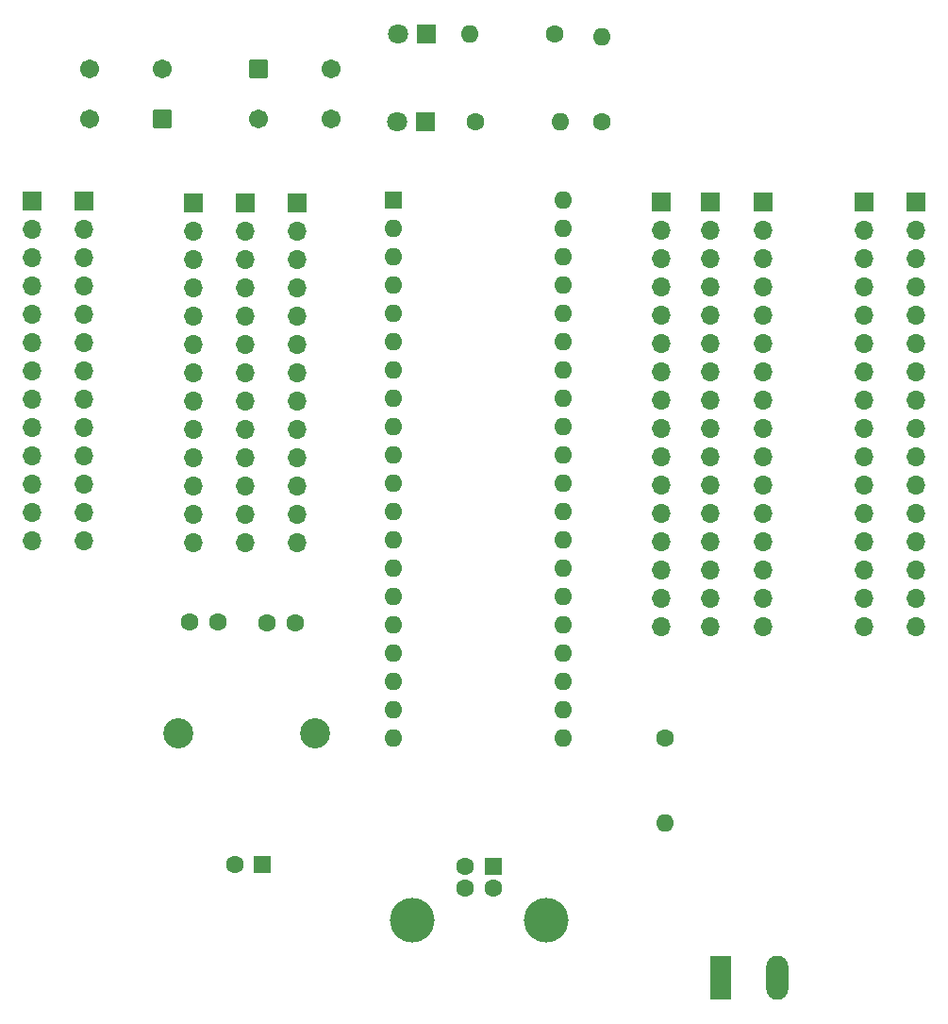
<source format=gbr>
%TF.GenerationSoftware,KiCad,Pcbnew,8.0.8*%
%TF.CreationDate,2025-04-17T23:47:29-06:00*%
%TF.ProjectId,Coquirana1,436f7175-6972-4616-9e61-312e6b696361,rev?*%
%TF.SameCoordinates,Original*%
%TF.FileFunction,Soldermask,Top*%
%TF.FilePolarity,Negative*%
%FSLAX46Y46*%
G04 Gerber Fmt 4.6, Leading zero omitted, Abs format (unit mm)*
G04 Created by KiCad (PCBNEW 8.0.8) date 2025-04-17 23:47:29*
%MOMM*%
%LPD*%
G01*
G04 APERTURE LIST*
G04 Aperture macros list*
%AMRoundRect*
0 Rectangle with rounded corners*
0 $1 Rounding radius*
0 $2 $3 $4 $5 $6 $7 $8 $9 X,Y pos of 4 corners*
0 Add a 4 corners polygon primitive as box body*
4,1,4,$2,$3,$4,$5,$6,$7,$8,$9,$2,$3,0*
0 Add four circle primitives for the rounded corners*
1,1,$1+$1,$2,$3*
1,1,$1+$1,$4,$5*
1,1,$1+$1,$6,$7*
1,1,$1+$1,$8,$9*
0 Add four rect primitives between the rounded corners*
20,1,$1+$1,$2,$3,$4,$5,0*
20,1,$1+$1,$4,$5,$6,$7,0*
20,1,$1+$1,$6,$7,$8,$9,0*
20,1,$1+$1,$8,$9,$2,$3,0*%
G04 Aperture macros list end*
%ADD10C,1.600000*%
%ADD11O,1.600000X1.600000*%
%ADD12C,1.702000*%
%ADD13RoundRect,0.102000X-0.749000X-0.749000X0.749000X-0.749000X0.749000X0.749000X-0.749000X0.749000X0*%
%ADD14RoundRect,0.102000X0.749000X0.749000X-0.749000X0.749000X-0.749000X-0.749000X0.749000X-0.749000X0*%
%ADD15R,1.700000X1.700000*%
%ADD16O,1.700000X1.700000*%
%ADD17R,1.600000X1.600000*%
%ADD18R,1.800000X1.800000*%
%ADD19C,1.800000*%
%ADD20C,4.000000*%
%ADD21R,1.980000X3.960000*%
%ADD22O,1.980000X3.960000*%
%ADD23C,2.700000*%
G04 APERTURE END LIST*
D10*
%TO.C,R5.1k*%
X166100000Y-113190000D03*
D11*
X166100000Y-120810000D03*
%TD*%
D12*
%TO.C,Boot*%
X136135000Y-57650000D03*
X129635000Y-57650000D03*
X136135000Y-53150000D03*
D13*
X129635000Y-53150000D03*
%TD*%
D14*
%TO.C,Reset*%
X120950000Y-57700000D03*
D12*
X114450000Y-57700000D03*
X120950000Y-53200000D03*
X114450000Y-53200000D03*
%TD*%
D10*
%TO.C,R5.1k*%
X160450000Y-57910000D03*
D11*
X160450000Y-50290000D03*
%TD*%
D15*
%TO.C,J3*%
X123800000Y-65210000D03*
D16*
X123800000Y-67750000D03*
X123800000Y-70290000D03*
X123800000Y-72830000D03*
X123800000Y-75370000D03*
X123800000Y-77910000D03*
X123800000Y-80450000D03*
X123800000Y-82990000D03*
X123800000Y-85530000D03*
X123800000Y-88070000D03*
X123800000Y-90610000D03*
X123800000Y-93150000D03*
X123800000Y-95690000D03*
%TD*%
D15*
%TO.C,VCC*%
X109300000Y-65050000D03*
D16*
X109300000Y-67590000D03*
X109300000Y-70130000D03*
X109300000Y-72670000D03*
X109300000Y-75210000D03*
X109300000Y-77750000D03*
X109300000Y-80290000D03*
X109300000Y-82830000D03*
X109300000Y-85370000D03*
X109300000Y-87910000D03*
X109300000Y-90450000D03*
X109300000Y-92990000D03*
X109300000Y-95530000D03*
%TD*%
D10*
%TO.C,15pF*%
X130400000Y-102850000D03*
X132900000Y-102850000D03*
%TD*%
D15*
%TO.C,VCC*%
X184000000Y-65120000D03*
D16*
X184000000Y-67660000D03*
X184000000Y-70200000D03*
X184000000Y-72740000D03*
X184000000Y-75280000D03*
X184000000Y-77820000D03*
X184000000Y-80360000D03*
X184000000Y-82900000D03*
X184000000Y-85440000D03*
X184000000Y-87980000D03*
X184000000Y-90520000D03*
X184000000Y-93060000D03*
X184000000Y-95600000D03*
X184000000Y-98140000D03*
X184000000Y-100680000D03*
X184000000Y-103220000D03*
%TD*%
D17*
%TO.C,C220nF*%
X129982380Y-124550000D03*
D10*
X127482380Y-124550000D03*
%TD*%
D17*
%TO.C,PIC18F4550*%
X141760000Y-64950000D03*
D11*
X141760000Y-67490000D03*
X141760000Y-70030000D03*
X141760000Y-72570000D03*
X141760000Y-75110000D03*
X141760000Y-77650000D03*
X141760000Y-80190000D03*
X141760000Y-82730000D03*
X141760000Y-85270000D03*
X141760000Y-87810000D03*
X141760000Y-90350000D03*
X141760000Y-92890000D03*
X141760000Y-95430000D03*
X141760000Y-97970000D03*
X141760000Y-100510000D03*
X141760000Y-103050000D03*
X141760000Y-105590000D03*
X141760000Y-108130000D03*
X141760000Y-110670000D03*
X141760000Y-113210000D03*
X157000000Y-113210000D03*
X157000000Y-110670000D03*
X157000000Y-108130000D03*
X157000000Y-105590000D03*
X157000000Y-103050000D03*
X157000000Y-100510000D03*
X157000000Y-97970000D03*
X157000000Y-95430000D03*
X157000000Y-92890000D03*
X157000000Y-90350000D03*
X157000000Y-87810000D03*
X157000000Y-85270000D03*
X157000000Y-82730000D03*
X157000000Y-80190000D03*
X157000000Y-77650000D03*
X157000000Y-75110000D03*
X157000000Y-72570000D03*
X157000000Y-70030000D03*
X157000000Y-67490000D03*
X157000000Y-64950000D03*
%TD*%
D18*
%TO.C,LEDR*%
X144620000Y-57940000D03*
D19*
X142080000Y-57940000D03*
%TD*%
D15*
%TO.C,J4*%
X128450000Y-65210000D03*
D16*
X128450000Y-67750000D03*
X128450000Y-70290000D03*
X128450000Y-72830000D03*
X128450000Y-75370000D03*
X128450000Y-77910000D03*
X128450000Y-80450000D03*
X128450000Y-82990000D03*
X128450000Y-85530000D03*
X128450000Y-88070000D03*
X128450000Y-90610000D03*
X128450000Y-93150000D03*
X128450000Y-95690000D03*
%TD*%
D17*
%TO.C,USB*%
X150700000Y-124690000D03*
D10*
X148200000Y-124690000D03*
X148200000Y-126690000D03*
X150700000Y-126690000D03*
D20*
X155450000Y-129550000D03*
X143450000Y-129550000D03*
%TD*%
D21*
%TO.C,T-block*%
X171150000Y-134700000D03*
D22*
X176150000Y-134700000D03*
%TD*%
D15*
%TO.C,J6*%
X165800000Y-65150000D03*
D16*
X165800000Y-67690000D03*
X165800000Y-70230000D03*
X165800000Y-72770000D03*
X165800000Y-75310000D03*
X165800000Y-77850000D03*
X165800000Y-80390000D03*
X165800000Y-82930000D03*
X165800000Y-85470000D03*
X165800000Y-88010000D03*
X165800000Y-90550000D03*
X165800000Y-93090000D03*
X165800000Y-95630000D03*
X165800000Y-98170000D03*
X165800000Y-100710000D03*
X165800000Y-103250000D03*
%TD*%
D18*
%TO.C,LEDV*%
X144680000Y-50090000D03*
D19*
X142140000Y-50090000D03*
%TD*%
D10*
%TO.C,R470*%
X156190000Y-50040000D03*
D11*
X148570000Y-50040000D03*
%TD*%
D10*
%TO.C,15pF*%
X123450000Y-102800000D03*
X125950000Y-102800000D03*
%TD*%
D15*
%TO.C,GND*%
X113950000Y-65050000D03*
D16*
X113950000Y-67590000D03*
X113950000Y-70130000D03*
X113950000Y-72670000D03*
X113950000Y-75210000D03*
X113950000Y-77750000D03*
X113950000Y-80290000D03*
X113950000Y-82830000D03*
X113950000Y-85370000D03*
X113950000Y-87910000D03*
X113950000Y-90450000D03*
X113950000Y-92990000D03*
X113950000Y-95530000D03*
%TD*%
D10*
%TO.C,R470*%
X149100000Y-57900000D03*
D11*
X156720000Y-57900000D03*
%TD*%
D23*
%TO.C,20MHz*%
X122400000Y-112750000D03*
X134740000Y-112750000D03*
%TD*%
D15*
%TO.C,J8*%
X174900000Y-65150000D03*
D16*
X174900000Y-67690000D03*
X174900000Y-70230000D03*
X174900000Y-72770000D03*
X174900000Y-75310000D03*
X174900000Y-77850000D03*
X174900000Y-80390000D03*
X174900000Y-82930000D03*
X174900000Y-85470000D03*
X174900000Y-88010000D03*
X174900000Y-90550000D03*
X174900000Y-93090000D03*
X174900000Y-95630000D03*
X174900000Y-98170000D03*
X174900000Y-100710000D03*
X174900000Y-103250000D03*
%TD*%
D15*
%TO.C,J5*%
X133100000Y-65210000D03*
D16*
X133100000Y-67750000D03*
X133100000Y-70290000D03*
X133100000Y-72830000D03*
X133100000Y-75370000D03*
X133100000Y-77910000D03*
X133100000Y-80450000D03*
X133100000Y-82990000D03*
X133100000Y-85530000D03*
X133100000Y-88070000D03*
X133100000Y-90610000D03*
X133100000Y-93150000D03*
X133100000Y-95690000D03*
%TD*%
D15*
%TO.C,J7*%
X170150000Y-65150000D03*
D16*
X170150000Y-67690000D03*
X170150000Y-70230000D03*
X170150000Y-72770000D03*
X170150000Y-75310000D03*
X170150000Y-77850000D03*
X170150000Y-80390000D03*
X170150000Y-82930000D03*
X170150000Y-85470000D03*
X170150000Y-88010000D03*
X170150000Y-90550000D03*
X170150000Y-93090000D03*
X170150000Y-95630000D03*
X170150000Y-98170000D03*
X170150000Y-100710000D03*
X170150000Y-103250000D03*
%TD*%
D15*
%TO.C,GND*%
X188650000Y-65120000D03*
D16*
X188650000Y-67660000D03*
X188650000Y-70200000D03*
X188650000Y-72740000D03*
X188650000Y-75280000D03*
X188650000Y-77820000D03*
X188650000Y-80360000D03*
X188650000Y-82900000D03*
X188650000Y-85440000D03*
X188650000Y-87980000D03*
X188650000Y-90520000D03*
X188650000Y-93060000D03*
X188650000Y-95600000D03*
X188650000Y-98140000D03*
X188650000Y-100680000D03*
X188650000Y-103220000D03*
%TD*%
M02*

</source>
